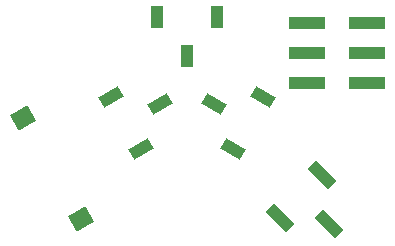
<source format=gbr>
%TF.GenerationSoftware,KiCad,Pcbnew,(6.0.4)*%
%TF.CreationDate,2023-03-23T02:18:43+01:00*%
%TF.ProjectId,FabLight,4661624c-6967-4687-942e-6b696361645f,rev?*%
%TF.SameCoordinates,Original*%
%TF.FileFunction,Paste,Bot*%
%TF.FilePolarity,Positive*%
%FSLAX46Y46*%
G04 Gerber Fmt 4.6, Leading zero omitted, Abs format (unit mm)*
G04 Created by KiCad (PCBNEW (6.0.4)) date 2023-03-23 02:18:43*
%MOMM*%
%LPD*%
G01*
G04 APERTURE LIST*
G04 Aperture macros list*
%AMRotRect*
0 Rectangle, with rotation*
0 The origin of the aperture is its center*
0 $1 length*
0 $2 width*
0 $3 Rotation angle, in degrees counterclockwise*
0 Add horizontal line*
21,1,$1,$2,0,0,$3*%
G04 Aperture macros list end*
%ADD10RotRect,1.900000X1.000000X30.000000*%
%ADD11RotRect,2.510000X1.000000X315.000000*%
%ADD12RotRect,1.700000X1.500000X30.000000*%
%ADD13RotRect,1.900000X1.000000X150.000000*%
%ADD14R,3.150000X1.000000*%
%ADD15R,1.000000X1.900000*%
G04 APERTURE END LIST*
D10*
%TO.C,J1*%
X34245132Y-43374794D03*
X35833016Y-39525089D03*
X31705132Y-38975384D03*
%TD*%
D11*
%TO.C,J6*%
X45970064Y-49181136D03*
X50106639Y-49725608D03*
X49562167Y-45589033D03*
%TD*%
D12*
%TO.C,LS1*%
X24221103Y-40727360D03*
X29171103Y-49301012D03*
%TD*%
D13*
%TO.C,J3*%
X44546902Y-38979101D03*
X40419018Y-39528806D03*
X42006902Y-43378511D03*
%TD*%
D14*
%TO.C,J5*%
X48293412Y-37798534D03*
X53343412Y-37798534D03*
X48293412Y-35258534D03*
X53343412Y-35258534D03*
X48293412Y-32718534D03*
X53343412Y-32718534D03*
%TD*%
D15*
%TO.C,J2*%
X35588224Y-32215138D03*
X38128224Y-35515138D03*
X40668224Y-32215138D03*
%TD*%
M02*

</source>
